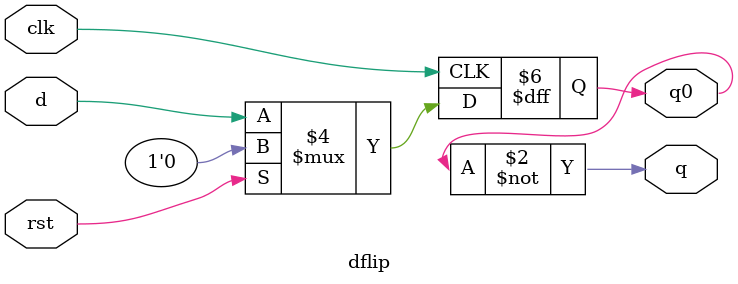
<source format=v>
module dflip(
    input wire clk,
    input wire rst,  // active-high reset
    input wire d,
    output reg q0,
    output wire q
);

    // On positive clock edge, store D to Q0
    always @(posedge clk) begin
        if (rst)
            q0 <= 1'b0;     // Reset output to 0
        else
            q0 <= d;        // Normal D Flip-Flop operation
    end

    assign q = ~q0;  // Complementary output

endmodule


</source>
